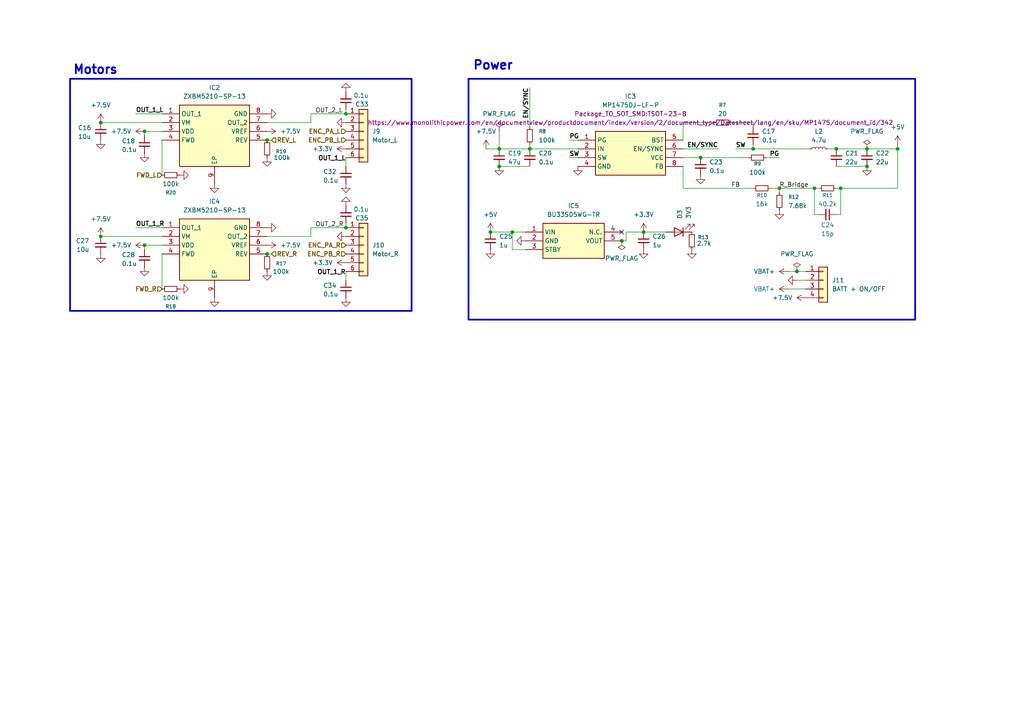
<source format=kicad_sch>
(kicad_sch (version 20250114) (generator "eeschema") (generator_version "9.0")
  (paper "A4")
  (title_block (title "Power&Control") (date "2025-09-19") (rev "Nelven") (company "ESE"))
  (lib_symbols
    (symbol "BU33SD5WG-TR:BU33SD5WG-TR"
      (property "Reference" "PS" (at 24.13 7.62 0))
      (property "Value" "BU33SD5WG-TR" (at 24.13 5.08 0))
      (symbol "BU33SD5WG-TR_1_1"
        (rectangle (start 5.08 2.54) (end 22.86 -7.62) (stroke (width 0.254)) (fill (type background)))
        (pin passive line (at 0 0 0) (length 5.08) (name "VIN") (number "1"))
        (pin passive line (at 0 -2.54 0) (length 5.08) (name "GND") (number "2"))
        (pin passive line (at 0 -5.08 0) (length 5.08) (name "STBY") (number "3"))
        (pin no_connect line (at 27.94 0 180) (length 5.08) (name "N.C.") (number "4"))
        (pin passive line (at 27.94 -2.54 180) (length 5.08) (name "VOUT") (number "5"))
      )
    )
    (symbol "Connector_Generic:Conn_01x04" (pin_names (offset 1.016) (hide yes))
      (property "Reference" "J" (at 0 5.08 0))
      (property "Value" "Conn_01x04" (at 0 -7.62 0))
      (symbol "Conn_01x04_1_1"
        (rectangle (start -1.27 3.81) (end 1.27 -6.35) (stroke (width 0.254)) (fill (type background)))
        (rectangle (start -1.27 2.667) (end 0 2.413) (stroke (width 0.1524)))
        (rectangle (start -1.27 0.127) (end 0 -0.127) (stroke (width 0.1524)))
        (rectangle (start -1.27 -2.413) (end 0 -2.667) (stroke (width 0.1524)))
        (rectangle (start -1.27 -4.953) (end 0 -5.207) (stroke (width 0.1524)))
        (pin passive line (at -5.08 2.54 0) (length 3.81) (name "Pin_1") (number "1"))
        (pin passive line (at -5.08 0 0) (length 3.81) (name "Pin_2") (number "2"))
        (pin passive line (at -5.08 -2.54 0) (length 3.81) (name "Pin_3") (number "3"))
        (pin passive line (at -5.08 -5.08 0) (length 3.81) (name "Pin_4") (number "4"))
      )
    )
    (symbol "Connector_Generic:Conn_01x06" (pin_names (offset 1.016) (hide yes))
      (property "Reference" "J" (at 0 7.62 0))
      (property "Value" "Conn_01x06" (at 0 -10.16 0))
      (symbol "Conn_01x06_1_1"
        (rectangle (start -1.27 6.35) (end 1.27 -8.89) (stroke (width 0.254)) (fill (type background)))
        (rectangle (start -1.27 5.207) (end 0 4.953) (stroke (width 0.1524)))
        (rectangle (start -1.27 2.667) (end 0 2.413) (stroke (width 0.1524)))
        (rectangle (start -1.27 0.127) (end 0 -0.127) (stroke (width 0.1524)))
        (rectangle (start -1.27 -2.413) (end 0 -2.667) (stroke (width 0.1524)))
        (rectangle (start -1.27 -4.953) (end 0 -5.207) (stroke (width 0.1524)))
        (rectangle (start -1.27 -7.493) (end 0 -7.747) (stroke (width 0.1524)))
        (pin passive line (at -5.08 5.08 0) (length 3.81) (name "Pin_1") (number "1"))
        (pin passive line (at -5.08 2.54 0) (length 3.81) (name "Pin_2") (number "2"))
        (pin passive line (at -5.08 0 0) (length 3.81) (name "Pin_3") (number "3"))
        (pin passive line (at -5.08 -2.54 0) (length 3.81) (name "Pin_4") (number "4"))
        (pin passive line (at -5.08 -5.08 0) (length 3.81) (name "Pin_5") (number "5"))
        (pin passive line (at -5.08 -7.62 0) (length 3.81) (name "Pin_6") (number "6"))
      )
    )
    (symbol "Device:C_Small" (pin_numbers (hide yes)) (pin_names (offset 0.254) (hide yes))
      (property "Reference" "C" (at 0.254 1.778 0))
      (property "Value" "C_Small" (at 0.254 -2.032 0))
      (symbol "C_Small_0_1"
        (polyline (pts (xy -1.524 0.508) (xy 1.524 0.508)) (stroke (width 0.3048)))
        (polyline (pts (xy -1.524 -0.508) (xy 1.524 -0.508)) (stroke (width 0.3302)))
      )
      (symbol "C_Small_1_1"
        (pin passive line (at 0 2.54 270) (length 2.032) (name "~") (number "1"))
        (pin passive line (at 0 -2.54 90) (length 2.032) (name "~") (number "2"))
      )
    )
    (symbol "Device:LED" (pin_numbers (hide yes)) (pin_names (offset 1.016) (hide yes))
      (property "Reference" "D" (at 0 2.54 0))
      (property "Value" "LED" (at 0 -2.54 0))
      (symbol "LED_0_1"
        (polyline (pts (xy -3.048 -0.762) (xy -4.572 -2.286) (xy -3.81 -2.286) (xy -4.572 -2.286) (xy -4.572 -1.524)))
        (polyline (pts (xy -1.778 -0.762) (xy -3.302 -2.286) (xy -2.54 -2.286) (xy -3.302 -2.286) (xy -3.302 -1.524)))
        (polyline (pts (xy -1.27 0) (xy 1.27 0)))
        (polyline (pts (xy -1.27 -1.27) (xy -1.27 1.27)) (stroke (width 0.254)))
        (polyline (pts (xy 1.27 -1.27) (xy 1.27 1.27) (xy -1.27 0) (xy 1.27 -1.27)) (stroke (width 0.254)))
      )
      (symbol "LED_1_1"
        (pin passive line (at -3.81 0 0) (length 2.54) (name "K") (number "1"))
        (pin passive line (at 3.81 0 180) (length 2.54) (name "A") (number "2"))
      )
    )
    (symbol "Device:L_Small" (pin_numbers (hide yes)) (pin_names (offset 0.254) (hide yes))
      (property "Reference" "L" (at 0.762 1.016 0))
      (property "Value" "L_Small" (at 0.762 -1.016 0))
      (symbol "L_Small_0_1"
        (arc (start 0 2.032) (mid 0.5058 1.524) (end 0 1.016))
        (arc (start 0 1.016) (mid 0.5058 0.508) (end 0 0))
        (arc (start 0 0) (mid 0.5058 -0.508) (end 0 -1.016))
        (arc (start 0 -1.016) (mid 0.5058 -1.524) (end 0 -2.032))
      )
      (symbol "L_Small_1_1"
        (pin passive line (at 0 2.54 270) (length 0.508) (name "~") (number "1"))
        (pin passive line (at 0 -2.54 90) (length 0.508) (name "~") (number "2"))
      )
    )
    (symbol "Device:R_Small" (pin_numbers (hide yes)) (pin_names (offset 0.254) (hide yes))
      (property "Reference" "R" (at 0 0 90))
      (property "Value" "R_Small" (at 1.778 0 90))
      (symbol "R_Small_0_1"
        (rectangle (start -0.762 1.778) (end 0.762 -1.778) (stroke (width 0.2032)))
      )
      (symbol "R_Small_1_1"
        (pin passive line (at 0 2.54 270) (length 0.762) (name "~") (number "1"))
        (pin passive line (at 0 -2.54 90) (length 0.762) (name "~") (number "2"))
      )
    )
    (symbol "MP1475DJ-LF-P:MP1475DJ-LF-P"
      (property "Reference" "IC" (at 26.67 7.62 0))
      (property "Value" "MP1475DJ-LF-P" (at 26.67 5.08 0))
      (symbol "MP1475DJ-LF-P_1_1"
        (rectangle (start 5.08 2.54) (end 25.4 -10.16) (stroke (width 0.254)) (fill (type background)))
        (pin passive line (at 0 0 0) (length 5.08) (name "PG") (number "1"))
        (pin passive line (at 0 -2.54 0) (length 5.08) (name "IN") (number "2"))
        (pin passive line (at 0 -5.08 0) (length 5.08) (name "SW") (number "3"))
        (pin passive line (at 0 -7.62 0) (length 5.08) (name "GND") (number "4"))
        (pin passive line (at 30.48 0 180) (length 5.08) (name "BST") (number "5"))
        (pin passive line (at 30.48 -2.54 180) (length 5.08) (name "EN/SYNC") (number "6"))
        (pin passive line (at 30.48 -5.08 180) (length 5.08) (name "VCC") (number "7"))
        (pin passive line (at 30.48 -7.62 180) (length 5.08) (name "FB") (number "8"))
      )
    )
    (symbol "ZXBM5210-SP-13:ZXBM5210-SP-13"
      (property "Reference" "IC" (at 26.67 7.62 0))
      (property "Value" "ZXBM5210-SP-13" (at 26.67 5.08 0))
      (symbol "ZXBM5210-SP-13_1_1"
        (rectangle (start 5.08 2.54) (end 25.4 -15.24) (stroke (width 0.254)) (fill (type background)))
        (pin passive line (at 0 0 0) (length 5.08) (name "OUT_1") (number "1"))
        (pin passive line (at 0 -2.54 0) (length 5.08) (name "VM") (number "2"))
        (pin passive line (at 0 -5.08 0) (length 5.08) (name "VDD") (number "3"))
        (pin passive line (at 0 -7.62 0) (length 5.08) (name "FWD") (number "4"))
        (pin passive line (at 15.24 -20.32 90) (length 5.08) (name "EP") (number "9"))
        (pin passive line (at 30.48 0 180) (length 5.08) (name "GND") (number "8"))
        (pin passive line (at 30.48 -2.54 180) (length 5.08) (name "OUT_2") (number "7"))
        (pin passive line (at 30.48 -5.08 180) (length 5.08) (name "VREF") (number "6"))
        (pin passive line (at 30.48 -7.62 180) (length 5.08) (name "REV") (number "5"))
      )
    )
    (symbol "power:+3.3V" (power) (pin_numbers (hide yes)) (pin_names (offset 0) (hide yes))
      (property "Value" "+3.3V" (at 0 3.556 0))
      (symbol "+3.3V_0_1"
        (polyline (pts (xy -0.762 1.27) (xy 0 2.54)))
        (polyline (pts (xy 0 2.54) (xy 0.762 1.27)))
        (polyline (pts (xy 0 0) (xy 0 2.54)))
      )
      (symbol "+3.3V_1_1"
        (pin power_in line (at 0 0 90) (length 0) (name "~") (number "1"))
      )
    )
    (symbol "power:+5V" (power) (pin_numbers (hide yes)) (pin_names (offset 0) (hide yes))
      (property "Value" "+5V" (at 0 3.556 0))
      (symbol "+5V_0_1"
        (polyline (pts (xy -0.762 1.27) (xy 0 2.54)))
        (polyline (pts (xy 0 2.54) (xy 0.762 1.27)))
        (polyline (pts (xy 0 0) (xy 0 2.54)))
      )
      (symbol "+5V_1_1"
        (pin power_in line (at 0 0 90) (length 0) (name "~") (number "1"))
      )
    )
    (symbol "power:+7.5V" (power) (pin_numbers (hide yes)) (pin_names (offset 0) (hide yes))
      (property "Value" "+7.5V" (at 0 3.556 0))
      (symbol "+7.5V_0_1"
        (polyline (pts (xy -0.762 1.27) (xy 0 2.54)))
        (polyline (pts (xy 0 2.54) (xy 0.762 1.27)))
        (polyline (pts (xy 0 0) (xy 0 2.54)))
      )
      (symbol "+7.5V_1_1"
        (pin power_in line (at 0 0 90) (length 0) (name "~") (number "1"))
      )
    )
    (symbol "power:GND" (power) (pin_numbers (hide yes)) (pin_names (offset 0) (hide yes))
      (property "Value" "GND" (at 0 -3.81 0))
      (symbol "GND_0_1"
        (polyline (pts (xy 0 0) (xy 0 -1.27) (xy 1.27 -1.27) (xy 0 -2.54) (xy -1.27 -1.27) (xy 0 -1.27)))
      )
      (symbol "GND_1_1"
        (pin power_in line (at 0 0 270) (length 0) (name "~") (number "1"))
      )
    )
    (symbol "power:PWR_FLAG" (power) (pin_numbers (hide yes)) (pin_names (offset 0) (hide yes))
      (property "Value" "PWR_FLAG" (at 0 3.81 0))
      (symbol "PWR_FLAG_0_0"
        (pin power_out line (at 0 0 90) (length 0) (name "~") (number "1"))
      )
      (symbol "PWR_FLAG_0_1"
        (polyline (pts (xy 0 0) (xy 0 1.27) (xy -1.016 1.905) (xy 0 2.54) (xy 1.016 1.905) (xy 0 1.27)))
      )
    )
    (symbol "power:VCC" (power) (pin_numbers (hide yes)) (pin_names (offset 0) (hide yes))
      (property "Value" "VCC" (at 0 3.556 0))
      (symbol "VCC_0_1"
        (polyline (pts (xy -0.762 1.27) (xy 0 2.54)))
        (polyline (pts (xy 0 2.54) (xy 0.762 1.27)))
        (polyline (pts (xy 0 0) (xy 0 2.54)))
      )
      (symbol "VCC_1_1"
        (pin power_in line (at 0 0 90) (length 0) (name "~") (number "1"))
      )
    )
  )
  (rectangle (start 135.89 22.86) (end 265.43 92.71) (stroke (width 0.5)))
  (rectangle (start 20.32 22.86) (end 119.38 90.17) (stroke (width 0.5)))
  (text "Power" (at 143.002 19.05 0) (effects (font (size 2.54 2.54) (thickness 0.508) (bold yes))))
  (text "Motors" (at 27.686 20.32 0) (effects (font (size 2.54 2.54) (thickness 0.508) (bold yes))))
  (junction (at 144.78 48.26))
  (junction (at 29.21 68.58))
  (junction (at 77.47 73.66))
  (junction (at 218.44 43.18))
  (junction (at 242.57 43.18))
  (junction (at 203.2 45.72))
  (junction (at 231.14 78.74))
  (junction (at 251.46 43.18))
  (junction (at 236.22 54.61))
  (junction (at 142.24 67.31))
  (junction (at 100.33 66.04))
  (junction (at 226.06 54.61))
  (junction (at 251.46 48.26))
  (junction (at 186.69 67.31))
  (junction (at 41.91 71.12))
  (junction (at 153.67 43.18))
  (junction (at 180.34 69.85))
  (junction (at 29.21 35.56))
  (junction (at 243.84 54.61))
  (junction (at 77.47 40.64))
  (junction (at 148.59 67.31))
  (junction (at 144.78 43.18))
  (junction (at 100.33 33.02))
  (junction (at 41.91 38.1))
  (junction (at 260.35 43.18))
  (no_connect (at 180.34 67.31))
  (wire (pts (xy 243.84 54.61) (xy 243.84 62.23)))
  (wire (pts (xy 144.78 48.26) (xy 153.67 48.26)))
  (wire (pts (xy 100.33 45.72) (xy 100.33 48.26)))
  (wire (pts (xy 41.91 71.12) (xy 46.99 71.12)))
  (wire (pts (xy 260.35 43.18) (xy 260.35 54.61)))
  (wire (pts (xy 152.4 72.39) (xy 148.59 72.39)))
  (wire (pts (xy 39.37 66.04) (xy 46.99 66.04)))
  (wire (pts (xy 234.95 43.18) (xy 218.44 43.18)))
  (wire (pts (xy 100.33 78.74) (xy 100.33 81.28)))
  (wire (pts (xy 100.33 31.75) (xy 100.33 33.02)))
  (wire (pts (xy 198.12 35.56) (xy 198.12 40.64)))
  (wire (pts (xy 77.47 35.56) (xy 90.17 35.56)))
  (wire (pts (xy 153.67 41.91) (xy 153.67 43.18)))
  (wire (pts (xy 41.91 39.37) (xy 41.91 38.1)))
  (wire (pts (xy 153.67 25.4) (xy 153.67 36.83)))
  (wire (pts (xy 29.21 35.56) (xy 46.99 35.56)))
  (wire (pts (xy 242.57 48.26) (xy 251.46 48.26)))
  (wire (pts (xy 90.17 35.56) (xy 90.17 33.02)))
  (wire (pts (xy 198.12 35.56) (xy 207.01 35.56)))
  (wire (pts (xy 165.1 40.64) (xy 167.64 40.64)))
  (wire (pts (xy 231.14 78.74) (xy 233.68 78.74)))
  (wire (pts (xy 148.59 72.39) (xy 148.59 67.31)))
  (wire (pts (xy 77.47 68.58) (xy 90.17 68.58)))
  (wire (pts (xy 218.44 41.91) (xy 218.44 43.18)))
  (wire (pts (xy 78.74 73.66) (xy 77.47 73.66)))
  (wire (pts (xy 226.06 55.88) (xy 226.06 54.61)))
  (wire (pts (xy 78.74 40.64) (xy 77.47 40.64)))
  (wire (pts (xy 203.2 45.72) (xy 217.17 45.72)))
  (wire (pts (xy 242.57 43.18) (xy 251.46 43.18)))
  (wire (pts (xy 228.6 83.82) (xy 233.68 83.82)))
  (wire (pts (xy 218.44 43.18) (xy 213.36 43.18)))
  (wire (pts (xy 260.35 41.91) (xy 260.35 43.18)))
  (wire (pts (xy 212.09 35.56) (xy 218.44 35.56)))
  (wire (pts (xy 144.78 43.18) (xy 153.67 43.18)))
  (wire (pts (xy 46.99 83.82) (xy 46.99 73.66)))
  (wire (pts (xy 260.35 54.61) (xy 243.84 54.61)))
  (wire (pts (xy 236.22 54.61) (xy 236.22 62.23)))
  (wire (pts (xy 41.91 38.1) (xy 46.99 38.1)))
  (wire (pts (xy 233.68 81.28) (xy 231.14 81.28)))
  (wire (pts (xy 148.59 67.31) (xy 152.4 67.31)))
  (wire (pts (xy 181.61 67.31) (xy 181.61 69.85)))
  (wire (pts (xy 29.21 68.58) (xy 46.99 68.58)))
  (wire (pts (xy 186.69 67.31) (xy 193.04 67.31)))
  (wire (pts (xy 39.37 33.02) (xy 46.99 33.02)))
  (wire (pts (xy 243.84 62.23) (xy 242.57 62.23)))
  (wire (pts (xy 186.69 67.31) (xy 181.61 67.31)))
  (wire (pts (xy 90.17 68.58) (xy 90.17 66.04)))
  (wire (pts (xy 198.12 45.72) (xy 203.2 45.72)))
  (wire (pts (xy 41.91 72.39) (xy 41.91 71.12)))
  (wire (pts (xy 181.61 69.85) (xy 180.34 69.85)))
  (wire (pts (xy 243.84 54.61) (xy 242.57 54.61)))
  (wire (pts (xy 208.28 43.18) (xy 198.12 43.18)))
  (wire (pts (xy 90.17 33.02) (xy 100.33 33.02)))
  (wire (pts (xy 198.12 48.26) (xy 198.12 54.61)))
  (wire (pts (xy 226.06 54.61) (xy 223.52 54.61)))
  (wire (pts (xy 142.24 67.31) (xy 148.59 67.31)))
  (wire (pts (xy 226.06 45.72) (xy 222.25 45.72)))
  (wire (pts (xy 218.44 35.56) (xy 218.44 36.83)))
  (wire (pts (xy 242.57 43.18) (xy 240.03 43.18)))
  (wire (pts (xy 236.22 54.61) (xy 237.49 54.61)))
  (wire (pts (xy 46.99 50.8) (xy 46.99 40.64)))
  (wire (pts (xy 140.97 43.18) (xy 144.78 43.18)))
  (wire (pts (xy 260.35 43.18) (xy 251.46 43.18)))
  (wire (pts (xy 100.33 64.77) (xy 100.33 66.04)))
  (wire (pts (xy 165.1 45.72) (xy 167.64 45.72)))
  (wire (pts (xy 198.12 54.61) (xy 218.44 54.61)))
  (wire (pts (xy 226.06 54.61) (xy 236.22 54.61)))
  (wire (pts (xy 228.6 78.74) (xy 231.14 78.74)))
  (wire (pts (xy 90.17 66.04) (xy 100.33 66.04)))
  (wire (pts (xy 144.78 38.1) (xy 144.78 43.18)))
  (wire (pts (xy 236.22 62.23) (xy 237.49 62.23)))
  (wire (pts (xy 153.67 43.18) (xy 167.64 43.18)))
  (label "OUT_1_R" (at 100.33 80.01 180) (effects (font (thickness 0.254) (bold yes))))
  (label "EN{slash}SYNC" (at 153.67 25.4 270) (effects (font (thickness 0.254) (bold yes))))
  (label "SW" (at 213.36 43.18 0) (effects (font (thickness 0.254) (bold yes))))
  (label "SW" (at 165.1 45.72 0) (effects (font (thickness 0.254) (bold yes))))
  (label "EN{slash}SYNC" (at 208.28 43.18 180) (effects (font (thickness 0.254) (bold yes))))
  (label "OUT_1_R" (at 39.37 66.04 0) (effects (font (thickness 0.254) (bold yes))))
  (label "FB" (at 212.09 54.61 0))
  (label "OUT_2_R" (at 91.44 66.04 0))
  (label "PG" (at 226.06 45.72 180) (effects (font (thickness 0.254) (bold yes))))
  (label "OUT_1_L" (at 100.33 46.99 180) (effects (font (thickness 0.254) (bold yes))))
  (label "OUT_2_L" (at 91.44 33.02 0))
  (label "OUT_1_L" (at 39.37 33.02 0) (effects (font (thickness 0.254) (bold yes))))
  (label "R_Bridge" (at 226.06 54.61 0))
  (label "PG" (at 165.1 40.64 0) (effects (font (thickness 0.254) (bold yes))))
  (hierarchical_label "ENC_PB_R" (shape input) (at 100.33 73.66 180) (effects (font (thickness 0.254) (bold yes))))
  (hierarchical_label "ENC_PB_L" (shape input) (at 100.33 40.64 180) (effects (font (thickness 0.254) (bold yes))))
  (hierarchical_label "REV_L" (shape input) (at 78.74 40.64 0) (effects (font (thickness 0.254) (bold yes))))
  (hierarchical_label "FWD_R" (shape input) (at 46.99 83.82 180) (effects (font (thickness 0.254) (bold yes))))
  (hierarchical_label "ENC_PA_L" (shape input) (at 100.33 38.1 180) (effects (font (thickness 0.254) (bold yes))))
  (hierarchical_label "REV_R" (shape input) (at 78.74 73.66 0) (effects (font (thickness 0.254) (bold yes))))
  (hierarchical_label "FWD_L" (shape input) (at 46.99 50.8 180) (effects (font (thickness 0.254) (bold yes))))
  (hierarchical_label "ENC_PA_R" (shape input) (at 100.33 71.12 180) (effects (font (thickness 0.254) (bold yes))))
  (symbol (lib_id "Device:C_Small") (at 100.33 50.8 0) (unit 1)
    (property "Reference" "C32" (at 93.726 49.784 0) (effects (justify left)))
    (property "Value" "0.1u" (at 93.726 52.324 0) (effects (justify left)))
    (property "Footprint" "Capacitor_SMD:C_0402_1005Metric" (effects (hide yes)))
    (property "Description" "Unpolarized capacitor, small symbol" (effects (hide yes)))
  )
  (symbol (lib_id "Device:C_Small") (at 251.46 45.72 0) (unit 1)
    (property "Reference" "C22" (at 254 44.4562 0) (effects (justify left)))
    (property "Value" "22u" (at 254 46.9962 0) (effects (justify left)))
    (property "Footprint" "Capacitor_SMD:C_0603_1608Metric" (effects (hide yes)))
    (property "Description" "Unpolarized capacitor, small symbol" (effects (hide yes)))
  )
  (symbol (lib_id "ZXBM5210-SP-13:ZXBM5210-SP-13") (at 46.99 33.02 0) (unit 1)
    (property "Reference" "IC2" (at 62.23 25.4 0))
    (property "Value" "ZXBM5210-SP-13" (at 62.23 27.94 0))
    (property "Footprint" "ESE:SOIC127P600X150-9N" (effects (hide yes)))
    (property "Datasheet" "https://www.diodes.com/assets/Datasheets/ZXBM5210.pdf" (effects (hide yes)))
    (property "Description" "Motor / Motion / Ignition Controllers & Drivers Reversible DC Drive 0.85mA" (effects (hide yes)))
    (property "Height" "1.5" (effects (hide yes)))
    (property "Manufacturer_Name" "Diodes Incorporated" (effects (hide yes)))
    (property "Manufacturer_Part_Number" "ZXBM5210-SP-13" (effects (hide yes)))
    (property "Mouser Part Number" "621-ZXBM5210-SP-13" (effects (hide yes)))
    (property "Mouser Price/Stock" "https://www.mouser.co.uk/ProductDetail/Diodes-Incorporated/ZXBM5210-SP-13?qs=98WN%2FnWUQiQYAgSBGLkvdw%3D%3D" (effects (hide yes)))
    (property "Arrow Part Number" "ZXBM5210-SP-13" (effects (hide yes)))
    (property "Arrow Price/Stock" "https://www.arrow.com/en/products/zxbm5210-sp-13/diodes-incorporated?region=nac" (effects (hide yes)))
  )
  (symbol (lib_id "power:+7.5V") (at 140.97 43.18 0) (unit 1)
    (property "Reference" "#PWR058" (effects (hide yes)))
    (property "Value" "+7.5V" (at 140.97 38.1 0))
    (property "Description" "Power symbol creates a global label with name \"+7.5V\"" (effects (hide yes)))
  )
  (symbol (lib_id "power:GND") (at 100.33 53.34 0) (unit 1)
    (property "Reference" "#PWR094" (effects (hide yes)))
    (property "Value" "GND" (effects (hide yes)))
    (property "Description" "Power symbol creates a global label with name \"GND\" , ground" (effects (hide yes)))
  )
  (symbol (lib_id "power:PWR_FLAG") (at 180.34 69.85 180) (unit 1)
    (property "Reference" "#FLG05" (effects (hide yes)))
    (property "Value" "PWR_FLAG" (at 180.34 74.93 0))
    (property "Description" "Special symbol for telling ERC where power comes from" (effects (hide yes)))
  )
  (symbol (lib_id "power:+7.5V") (at 41.91 71.12 90) (unit 1)
    (property "Reference" "#PWR072" (effects (hide yes)))
    (property "Value" "+7.5V" (at 38.1 71.1199 90) (effects (justify left)))
    (property "Description" "Power symbol creates a global label with name \"+7.5V\"" (effects (hide yes)))
  )
  (symbol (lib_id "BU33SD5WG-TR:BU33SD5WG-TR") (at 152.4 67.31 0) (unit 1)
    (property "Reference" "IC5" (at 166.37 59.69 0))
    (property "Value" "BU33SD5WG-TR" (at 166.37 62.23 0))
    (property "Footprint" "ESE:SOT95P280X125-5N" (effects (hide yes)))
    (property "Datasheet" "https://componentsearchengine.com/Datasheets/1/BU33SD5WG-TR.pdf" (effects (hide yes)))
    (property "Description" "LDO regulator,3.3V,0.5A,standby,SSOP5 ROHM BU33SD5WG-TR, LDO Voltage Regulator, 0.5A, 3.3 V +/-2%, 1.7  6 Vin, 5-Pin SSOP" (effects (hide yes)))
    (property "Height" "1.25" (effects (hide yes)))
    (property "Manufacturer_Name" "ROHM Semiconductor" (effects (hide yes)))
    (property "Manufacturer_Part_Number" "BU33SD5WG-TR" (effects (hide yes)))
  )
  (symbol (lib_id "power:+3.3V") (at 100.33 76.2 90) (unit 1)
    (property "Reference" "#PWR078" (effects (hide yes)))
    (property "Value" "+3.3V" (at 96.52 76.1999 90) (effects (justify left)))
    (property "Description" "Power symbol creates a global label with name \"+3.3V\"" (effects (hide yes)))
  )
  (symbol (lib_id "Device:R_Small") (at 49.53 83.82 90) (unit 1)
    (property "Reference" "R18" (at 49.53 88.9 90) (effects (font (size 1.016 1.016))))
    (property "Value" "100k" (at 49.53 86.36 90))
    (property "Footprint" "Resistor_SMD:R_0402_1005Metric" (effects (hide yes)))
    (property "Description" "Resistor, small symbol" (effects (hide yes)))
  )
  (symbol (lib_id "Device:R_Small") (at 49.53 50.8 90) (unit 1)
    (property "Reference" "R20" (at 49.53 55.88 90) (effects (font (size 1.016 1.016))))
    (property "Value" "100k" (at 49.53 53.34 90))
    (property "Footprint" "Resistor_SMD:R_0402_1005Metric" (effects (hide yes)))
    (property "Description" "Resistor, small symbol" (effects (hide yes)))
  )
  (symbol (lib_id "power:GND") (at 167.64 48.26 0) (unit 1)
    (property "Reference" "#PWR061" (effects (hide yes)))
    (property "Value" "GND" (effects (hide yes)))
    (property "Description" "Power symbol creates a global label with name \"GND\" , ground" (effects (hide yes)))
  )
  (symbol (lib_id "power:GND") (at 77.47 33.02 90) (unit 1)
    (property "Reference" "#PWR050" (effects (hide yes)))
    (property "Value" "GND" (effects (hide yes)))
    (property "Description" "Power symbol creates a global label with name \"GND\" , ground" (effects (hide yes)))
  )
  (symbol (lib_id "Device:R_Small") (at 77.47 76.2 0) (unit 1)
    (property "Reference" "R17" (at 81.534 76.454 0) (effects (font (size 1.016 1.016))))
    (property "Value" "100k" (at 81.534 78.74 0))
    (property "Footprint" "Resistor_SMD:R_0402_1005Metric" (effects (hide yes)))
    (property "Description" "Resistor, small symbol" (effects (hide yes)))
  )
  (symbol (lib_id "Device:R_Small") (at 240.03 54.61 270) (unit 1)
    (property "Reference" "R11" (at 240.03 56.642 90) (effects (font (size 1.016 1.016))))
    (property "Value" "40.2k" (at 240.03 59.182 90))
    (property "Footprint" "Resistor_SMD:R_0402_1005Metric" (effects (hide yes)))
    (property "Description" "Resistor, small symbol" (effects (hide yes)))
  )
  (symbol (lib_id "power:GND") (at 77.47 78.74 0) (unit 1)
    (property "Reference" "#PWR090" (effects (hide yes)))
    (property "Value" "GND" (effects (hide yes)))
    (property "Description" "Power symbol creates a global label with name \"GND\" , ground" (effects (hide yes)))
  )
  (symbol (lib_id "power:GND") (at 203.2 50.8 0) (unit 1)
    (property "Reference" "#PWR063" (effects (hide yes)))
    (property "Value" "GND" (effects (hide yes)))
    (property "Description" "Power symbol creates a global label with name \"GND\" , ground" (effects (hide yes)))
  )
  (symbol (lib_id "power:GND") (at 41.91 77.47 0) (unit 1)
    (property "Reference" "#PWR079" (effects (hide yes)))
    (property "Value" "GND" (effects (hide yes)))
    (property "Description" "Power symbol creates a global label with name \"GND\" , ground" (effects (hide yes)))
  )
  (symbol (lib_id "power:GND") (at 251.46 48.26 0) (unit 1)
    (property "Reference" "#PWR062" (effects (hide yes)))
    (property "Value" "GND" (effects (hide yes)))
    (property "Description" "Power symbol creates a global label with name \"GND\" , ground" (effects (hide yes)))
  )
  (symbol (lib_id "Connector_Generic:Conn_01x06") (at 105.41 38.1 0) (unit 1)
    (property "Reference" "J9" (at 107.95 38.0999 0) (effects (justify left)))
    (property "Value" "Motor_L" (at 107.95 40.6399 0) (effects (justify left)))
    (property "Footprint" "Connector_JST:JST_PH_S6B-PH-K_1x06_P2.00mm_Horizontal" (effects (hide yes)))
    (property "Description" "Generic connector, single row, 01x06, script generated (kicad-library-utils/schlib/autogen/connector/)" (effects (hide yes)))
  )
  (symbol (lib_id "power:PWR_FLAG") (at 144.78 38.1 0) (unit 1)
    (property "Reference" "#FLG03" (effects (hide yes)))
    (property "Value" "PWR_FLAG" (at 144.78 33.02 0))
    (property "Description" "Special symbol for telling ERC where power comes from" (effects (hide yes)))
  )
  (symbol (lib_id "Device:C_Small") (at 100.33 62.23 180) (unit 1)
    (property "Reference" "C35" (at 106.934 63.246 0) (effects (justify left)))
    (property "Value" "0.1u" (at 106.934 60.706 0) (effects (justify left)))
    (property "Footprint" "Capacitor_SMD:C_0402_1005Metric" (effects (hide yes)))
    (property "Description" "Unpolarized capacitor, small symbol" (effects (hide yes)))
  )
  (symbol (lib_id "Device:C_Small") (at 100.33 29.21 180) (unit 1)
    (property "Reference" "C33" (at 106.934 30.226 0) (effects (justify left)))
    (property "Value" "0.1u" (at 106.934 27.686 0) (effects (justify left)))
    (property "Footprint" "Capacitor_SMD:C_0402_1005Metric" (effects (hide yes)))
    (property "Description" "Unpolarized capacitor, small symbol" (effects (hide yes)))
  )
  (symbol (lib_id "power:GND") (at 29.21 40.64 0) (unit 1)
    (property "Reference" "#PWR055" (effects (hide yes)))
    (property "Value" "GND" (effects (hide yes)))
    (property "Description" "Power symbol creates a global label with name \"GND\" , ground" (effects (hide yes)))
  )
  (symbol (lib_id "Connector_Generic:Conn_01x06") (at 105.41 71.12 0) (unit 1)
    (property "Reference" "J10" (at 107.95 71.1199 0) (effects (justify left)))
    (property "Value" "Motor_R" (at 107.95 73.6599 0) (effects (justify left)))
    (property "Footprint" "Connector_JST:JST_PH_S6B-PH-K_1x06_P2.00mm_Horizontal" (effects (hide yes)))
    (property "Description" "Generic connector, single row, 01x06, script generated (kicad-library-utils/schlib/autogen/connector/)" (effects (hide yes)))
  )
  (symbol (lib_id "MP1475DJ-LF-P:MP1475DJ-LF-P") (at 167.64 40.64 0) (unit 1)
    (property "Reference" "IC3" (at 182.88 27.94 0))
    (property "Value" "MP1475DJ-LF-P" (at 182.88 30.48 0))
    (property "Footprint" "Package_TO_SOT_SMD:TSOT-23-8" (at 182.88 33.02 0))
    (property "Datasheet" "https://www.monolithicpower.com/en/documentview/productdocument/index/version/2/document_type/Datasheet/lang/en/sku/MP1475/document_id/342" (at 182.88 35.56 0))
    (property "Description" "Switching Voltage Regulators 3A, 16V, 500kHz Sync, Stp-Dwn Cnvrtr" (effects (hide yes)))
    (property "Height" "1" (effects (hide yes)))
    (property "Manufacturer_Name" "Monolithic Power Systems (MPS)" (effects (hide yes)))
    (property "Manufacturer_Part_Number" "MP1475DJ-LF-P" (effects (hide yes)))
  )
  (symbol (lib_id "power:PWR_FLAG") (at 251.46 43.18 0) (unit 1)
    (property "Reference" "#FLG04" (effects (hide yes)))
    (property "Value" "PWR_FLAG" (at 251.46 38.1 0))
    (property "Description" "Special symbol for telling ERC where power comes from" (effects (hide yes)))
  )
  (symbol (lib_id "power:PWR_FLAG") (at 231.14 78.74 0) (unit 1)
    (property "Reference" "#FLG06" (effects (hide yes)))
    (property "Value" "PWR_FLAG" (at 231.14 73.66 0))
    (property "Description" "Special symbol for telling ERC where power comes from" (effects (hide yes)))
  )
  (symbol (lib_id "Device:C_Small") (at 41.91 74.93 0) (unit 1)
    (property "Reference" "C28" (at 35.306 73.914 0) (effects (justify left)))
    (property "Value" "0.1u" (at 35.306 76.454 0) (effects (justify left)))
    (property "Footprint" "Capacitor_SMD:C_0402_1005Metric" (effects (hide yes)))
    (property "Description" "Unpolarized capacitor, small symbol" (effects (hide yes)))
  )
  (symbol (lib_id "power:GND") (at 186.69 72.39 0) (unit 1)
    (property "Reference" "#PWR075" (effects (hide yes)))
    (property "Value" "GND" (effects (hide yes)))
    (property "Description" "Power symbol creates a global label with name \"GND\" , ground" (effects (hide yes)))
  )
  (symbol (lib_id "Connector_Generic:Conn_01x04") (at 238.76 81.28 0) (unit 1)
    (property "Reference" "J11" (at 241.3 81.2799 0) (effects (justify left)))
    (property "Value" "BATT + ON/OFF" (at 241.3 83.8199 0) (effects (justify left)))
    (property "Footprint" "Connector_JST:JST_PH_S4B-PH-K_1x04_P2.00mm_Horizontal" (effects (hide yes)))
    (property "Description" "Generic connector, single row, 01x04, script generated (kicad-library-utils/schlib/autogen/connector/)" (effects (hide yes)))
  )
  (symbol (lib_id "Device:R_Small") (at 226.06 58.42 0) (unit 1)
    (property "Reference" "R12" (at 228.6 57.1499 0) (effects (font (size 1.016 1.016)) (justify left)))
    (property "Value" "7.68k" (at 228.6 59.6899 0) (effects (justify left)))
    (property "Footprint" "Resistor_SMD:R_0402_1005Metric" (effects (hide yes)))
    (property "Description" "Resistor, small symbol" (effects (hide yes)))
  )
  (symbol (lib_id "power:+5V") (at 260.35 41.91 0) (unit 1)
    (property "Reference" "#PWR056" (effects (hide yes)))
    (property "Value" "+5V" (at 260.35 36.83 0))
    (property "Description" "Power symbol creates a global label with name \"+5V\"" (effects (hide yes)))
  )
  (symbol (lib_id "Device:R_Small") (at 77.47 43.18 0) (unit 1)
    (property "Reference" "R19" (at 81.534 43.942 0) (effects (font (size 1.016 1.016))))
    (property "Value" "100k" (at 81.788 45.72 0))
    (property "Footprint" "Resistor_SMD:R_0402_1005Metric" (effects (hide yes)))
    (property "Description" "Resistor, small symbol" (effects (hide yes)))
  )
  (symbol (lib_id "Device:R_Small") (at 200.66 69.85 180) (unit 1)
    (property "Reference" "R13" (at 203.962 68.834 0) (effects (font (size 1.016 1.016))))
    (property "Value" "2.7k" (at 204.216 70.612 0))
    (property "Footprint" "Resistor_SMD:R_0402_1005Metric" (effects (hide yes)))
    (property "Description" "Resistor, small symbol" (effects (hide yes)))
  )
  (symbol (lib_id "Device:LED") (at 196.85 67.31 180) (unit 1)
    (property "Reference" "D3" (at 197.1674 63.5 90) (effects (justify right)))
    (property "Value" "3V3" (at 199.7074 63.5 90) (effects (justify right)))
    (property "Footprint" "LED_SMD:LED_0603_1608Metric" (effects (hide yes)))
    (property "Description" "Light emitting diode" (effects (hide yes)))
    (property "Sim.Pins" "1=K 2=A" (effects (hide yes)))
  )
  (symbol (lib_id "Device:C_Small") (at 41.91 41.91 0) (unit 1)
    (property "Reference" "C18" (at 35.306 40.894 0) (effects (justify left)))
    (property "Value" "0.1u" (at 35.306 43.434 0) (effects (justify left)))
    (property "Footprint" "Capacitor_SMD:C_0402_1005Metric" (effects (hide yes)))
    (property "Description" "Unpolarized capacitor, small symbol" (effects (hide yes)))
  )
  (symbol (lib_id "ZXBM5210-SP-13:ZXBM5210-SP-13") (at 46.99 66.04 0) (unit 1)
    (property "Reference" "IC4" (at 62.23 58.42 0))
    (property "Value" "ZXBM5210-SP-13" (at 62.23 60.96 0))
    (property "Footprint" "ESE:SOIC127P600X150-9N" (effects (hide yes)))
    (property "Datasheet" "https://www.diodes.com/assets/Datasheets/ZXBM5210.pdf" (effects (hide yes)))
    (property "Description" "Motor / Motion / Ignition Controllers & Drivers Reversible DC Drive 0.85mA" (effects (hide yes)))
    (property "Height" "1.5" (effects (hide yes)))
    (property "Manufacturer_Name" "Diodes Incorporated" (effects (hide yes)))
    (property "Manufacturer_Part_Number" "ZXBM5210-SP-13" (effects (hide yes)))
    (property "Mouser Part Number" "621-ZXBM5210-SP-13" (effects (hide yes)))
    (property "Mouser Price/Stock" "https://www.mouser.co.uk/ProductDetail/Diodes-Incorporated/ZXBM5210-SP-13?qs=98WN%2FnWUQiQYAgSBGLkvdw%3D%3D" (effects (hide yes)))
    (property "Arrow Part Number" "ZXBM5210-SP-13" (effects (hide yes)))
    (property "Arrow Price/Stock" "https://www.arrow.com/en/products/zxbm5210-sp-13/diodes-incorporated?region=nac" (effects (hide yes)))
  )
  (symbol (lib_id "power:GND") (at 62.23 86.36 0) (unit 1)
    (property "Reference" "#PWR082" (effects (hide yes)))
    (property "Value" "GND" (effects (hide yes)))
    (property "Description" "Power symbol creates a global label with name \"GND\" , ground" (effects (hide yes)))
  )
  (symbol (lib_id "Device:C_Small") (at 203.2 48.26 0) (unit 1)
    (property "Reference" "C23" (at 205.74 46.9962 0) (effects (justify left)))
    (property "Value" "0.1u" (at 205.74 49.5362 0) (effects (justify left)))
    (property "Footprint" "Capacitor_SMD:C_0402_1005Metric" (effects (hide yes)))
    (property "Description" "Unpolarized capacitor, small symbol" (effects (hide yes)))
  )
  (symbol (lib_id "power:GND") (at 100.33 68.58 270) (unit 1)
    (property "Reference" "#PWR070" (effects (hide yes)))
    (property "Value" "GND" (effects (hide yes)))
    (property "Description" "Power symbol creates a global label with name \"GND\" , ground" (effects (hide yes)))
  )
  (symbol (lib_id "power:GND") (at 100.33 86.36 0) (unit 1)
    (property "Reference" "#PWR096" (effects (hide yes)))
    (property "Value" "GND" (effects (hide yes)))
    (property "Description" "Power symbol creates a global label with name \"GND\" , ground" (effects (hide yes)))
  )
  (symbol (lib_id "power:GND") (at 231.14 81.28 270) (unit 1)
    (property "Reference" "#PWR081" (effects (hide yes)))
    (property "Value" "GND" (effects (hide yes)))
    (property "Description" "Power symbol creates a global label with name \"GND\" , ground" (effects (hide yes)))
  )
  (symbol (lib_id "power:GND") (at 62.23 53.34 0) (unit 1)
    (property "Reference" "#PWR064" (effects (hide yes)))
    (property "Value" "GND" (effects (hide yes)))
    (property "Description" "Power symbol creates a global label with name \"GND\" , ground" (effects (hide yes)))
  )
  (symbol (lib_id "power:+3.3V") (at 186.69 67.31 0) (unit 1)
    (property "Reference" "#PWR068" (effects (hide yes)))
    (property "Value" "+3.3V" (at 186.69 62.23 0))
    (property "Description" "Power symbol creates a global label with name \"+3.3V\"" (effects (hide yes)))
  )
  (symbol (lib_id "Device:C_Small") (at 240.03 62.23 270) (unit 1)
    (property "Reference" "C24" (at 240.03 65.278 90))
    (property "Value" "15p" (at 240.03 67.818 90))
    (property "Footprint" "Capacitor_SMD:C_0402_1005Metric" (effects (hide yes)))
    (property "Description" "Unpolarized capacitor, small symbol" (effects (hide yes)))
  )
  (symbol (lib_id "Device:R_Small") (at 209.55 35.56 90) (unit 1)
    (property "Reference" "R7" (at 209.55 30.48 90) (effects (font (size 1.016 1.016))))
    (property "Value" "20" (at 209.55 33.02 90))
    (property "Footprint" "Resistor_SMD:R_0402_1005Metric" (effects (hide yes)))
    (property "Description" "Resistor, small symbol" (effects (hide yes)))
  )
  (symbol (lib_id "power:GND") (at 200.66 72.39 0) (unit 1)
    (property "Reference" "#PWR076" (effects (hide yes)))
    (property "Value" "GND" (effects (hide yes)))
    (property "Description" "Power symbol creates a global label with name \"GND\" , ground" (effects (hide yes)))
  )
  (symbol (lib_id "Device:C_Small") (at 29.21 71.12 0) (mirror y) (unit 1)
    (property "Reference" "C27" (at 25.908 69.85 0) (effects (justify left)))
    (property "Value" "10u" (at 25.908 72.39 0) (effects (justify left)))
    (property "Footprint" "Capacitor_SMD:C_0603_1608Metric" (effects (hide yes)))
    (property "Description" "Unpolarized capacitor, small symbol" (effects (hide yes)))
  )
  (symbol (lib_id "power:GND") (at 100.33 35.56 270) (unit 1)
    (property "Reference" "#PWR052" (effects (hide yes)))
    (property "Value" "GND" (effects (hide yes)))
    (property "Description" "Power symbol creates a global label with name \"GND\" , ground" (effects (hide yes)))
  )
  (symbol (lib_id "power:+7.5V") (at 29.21 35.56 0) (unit 1)
    (property "Reference" "#PWR051" (effects (hide yes)))
    (property "Value" "+7.5V" (at 29.21 30.48 0))
    (property "Description" "Power symbol creates a global label with name \"+7.5V\"" (effects (hide yes)))
  )
  (symbol (lib_id "power:GND") (at 100.33 26.67 180) (unit 1)
    (property "Reference" "#PWR095" (effects (hide yes)))
    (property "Value" "GND" (effects (hide yes)))
    (property "Description" "Power symbol creates a global label with name \"GND\" , ground" (effects (hide yes)))
  )
  (symbol (lib_id "Device:R_Small") (at 219.71 45.72 270) (unit 1)
    (property "Reference" "R9" (at 219.71 47.498 90) (effects (font (size 1.016 1.016))))
    (property "Value" "100k" (at 219.71 50.038 90))
    (property "Footprint" "Resistor_SMD:R_0402_1005Metric" (effects (hide yes)))
    (property "Description" "Resistor, small symbol" (effects (hide yes)))
  )
  (symbol (lib_id "Device:L_Small") (at 237.49 43.18 90) (unit 1)
    (property "Reference" "L2" (at 237.49 38.1 90))
    (property "Value" "4.7u" (at 237.49 40.64 90))
    (property "Footprint" "Inductor_SMD:L_Wuerth_HCI-5040" (effects (hide yes)))
    (property "Description" "Inductor, small symbol" (effects (hide yes)))
  )
  (symbol (lib_id "Device:C_Small") (at 218.44 39.37 0) (unit 1)
    (property "Reference" "C17" (at 220.98 38.1062 0) (effects (justify left)))
    (property "Value" "0.1u" (at 220.98 40.6462 0) (effects (justify left)))
    (property "Footprint" "Capacitor_SMD:C_0402_1005Metric" (effects (hide yes)))
    (property "Description" "Unpolarized capacitor, small symbol" (effects (hide yes)))
  )
  (symbol (lib_id "power:+3.3V") (at 100.33 43.18 90) (unit 1)
    (property "Reference" "#PWR057" (effects (hide yes)))
    (property "Value" "+3.3V" (at 96.52 43.1799 90) (effects (justify left)))
    (property "Description" "Power symbol creates a global label with name \"+3.3V\"" (effects (hide yes)))
  )
  (symbol (lib_id "Device:R_Small") (at 220.98 54.61 270) (unit 1)
    (property "Reference" "R10" (at 220.98 56.642 90) (effects (font (size 1.016 1.016))))
    (property "Value" "16k" (at 220.98 59.182 90))
    (property "Footprint" "Resistor_SMD:R_0402_1005Metric" (effects (hide yes)))
    (property "Description" "Resistor, small symbol" (effects (hide yes)))
  )
  (symbol (lib_id "power:+7.5V") (at 77.47 38.1 270) (unit 1)
    (property "Reference" "#PWR054" (effects (hide yes)))
    (property "Value" "+7.5V" (at 81.28 38.0999 90) (effects (justify left)))
    (property "Description" "Power symbol creates a global label with name \"+7.5V\"" (effects (hide yes)))
  )
  (symbol (lib_id "power:GND") (at 100.33 59.69 180) (unit 1)
    (property "Reference" "#PWR097" (effects (hide yes)))
    (property "Value" "GND" (effects (hide yes)))
    (property "Description" "Power symbol creates a global label with name \"GND\" , ground" (effects (hide yes)))
  )
  (symbol (lib_id "power:+7.5V") (at 41.91 38.1 90) (unit 1)
    (property "Reference" "#PWR053" (effects (hide yes)))
    (property "Value" "+7.5V" (at 38.1 38.0999 90) (effects (justify left)))
    (property "Description" "Power symbol creates a global label with name \"+7.5V\"" (effects (hide yes)))
  )
  (symbol (lib_id "Device:R_Small") (at 153.67 39.37 180) (unit 1)
    (property "Reference" "R8" (at 156.21 38.0999 0) (effects (font (size 1.016 1.016)) (justify right)))
    (property "Value" "100k" (at 156.21 40.6399 0) (effects (justify right)))
    (property "Footprint" "Resistor_SMD:R_0402_1005Metric" (effects (hide yes)))
    (property "Description" "Resistor, small symbol" (effects (hide yes)))
  )
  (symbol (lib_id "Device:C_Small") (at 100.33 83.82 0) (unit 1)
    (property "Reference" "C34" (at 93.726 82.804 0) (effects (justify left)))
    (property "Value" "0.1u" (at 93.726 85.344 0) (effects (justify left)))
    (property "Footprint" "Capacitor_SMD:C_0402_1005Metric" (effects (hide yes)))
    (property "Description" "Unpolarized capacitor, small symbol" (effects (hide yes)))
  )
  (symbol (lib_id "power:+7.5V") (at 29.21 68.58 0) (unit 1)
    (property "Reference" "#PWR069" (effects (hide yes)))
    (property "Value" "+7.5V" (at 29.21 63.5 0))
    (property "Description" "Power symbol creates a global label with name \"+7.5V\"" (effects (hide yes)))
  )
  (symbol (lib_id "power:VCC") (at 228.6 83.82 90) (unit 1)
    (property "Reference" "#PWR041" (effects (hide yes)))
    (property "Value" "VBAT+" (at 224.79 83.8199 90) (effects (justify left)))
    (property "Description" "Power symbol creates a global label with name \"VCC\"" (effects (hide yes)))
  )
  (symbol (lib_id "power:GND") (at 77.47 45.72 0) (unit 1)
    (property "Reference" "#PWR092" (effects (hide yes)))
    (property "Value" "GND" (effects (hide yes)))
    (property "Description" "Power symbol creates a global label with name \"GND\" , ground" (effects (hide yes)))
  )
  (symbol (lib_id "power:GND") (at 29.21 73.66 0) (unit 1)
    (property "Reference" "#PWR077" (effects (hide yes)))
    (property "Value" "GND" (effects (hide yes)))
    (property "Description" "Power symbol creates a global label with name \"GND\" , ground" (effects (hide yes)))
  )
  (symbol (lib_id "power:GND") (at 152.4 69.85 270) (unit 1)
    (property "Reference" "#PWR071" (effects (hide yes)))
    (property "Value" "GND" (effects (hide yes)))
    (property "Description" "Power symbol creates a global label with name \"GND\" , ground" (effects (hide yes)))
  )
  (symbol (lib_id "power:VCC") (at 228.6 78.74 90) (unit 1)
    (property "Reference" "#PWR040" (effects (hide yes)))
    (property "Value" "VBAT+" (at 224.79 78.7399 90) (effects (justify left)))
    (property "Description" "Power symbol creates a global label with name \"VCC\"" (effects (hide yes)))
  )
  (symbol (lib_id "power:+7.5V") (at 77.47 71.12 270) (unit 1)
    (property "Reference" "#PWR073" (effects (hide yes)))
    (property "Value" "+7.5V" (at 81.28 71.1199 90) (effects (justify left)))
    (property "Description" "Power symbol creates a global label with name \"+7.5V\"" (effects (hide yes)))
  )
  (symbol (lib_id "power:GND") (at 52.07 83.82 90) (unit 1)
    (property "Reference" "#PWR091" (effects (hide yes)))
    (property "Value" "GND" (effects (hide yes)))
    (property "Description" "Power symbol creates a global label with name \"GND\" , ground" (effects (hide yes)))
  )
  (symbol (lib_id "Device:C_Small") (at 29.21 38.1 0) (unit 1)
    (property "Reference" "C16" (at 22.606 37.084 0) (effects (justify left)))
    (property "Value" "10u" (at 22.606 39.624 0) (effects (justify left)))
    (property "Footprint" "Capacitor_SMD:C_0603_1608Metric" (effects (hide yes)))
    (property "Description" "Unpolarized capacitor, small symbol" (effects (hide yes)))
  )
  (symbol (lib_id "power:GND") (at 144.78 48.26 0) (unit 1)
    (property "Reference" "#PWR060" (effects (hide yes)))
    (property "Value" "GND" (effects (hide yes)))
    (property "Description" "Power symbol creates a global label with name \"GND\" , ground" (effects (hide yes)))
  )
  (symbol (lib_id "Device:C_Small") (at 142.24 69.85 0) (unit 1)
    (property "Reference" "C25" (at 144.78 68.5862 0) (effects (justify left)))
    (property "Value" "1u" (at 144.78 71.1262 0) (effects (justify left)))
    (property "Footprint" "Capacitor_SMD:C_0402_1005Metric" (effects (hide yes)))
    (property "Description" "Unpolarized capacitor, small symbol" (effects (hide yes)))
  )
  (symbol (lib_id "power:GND") (at 142.24 72.39 0) (unit 1)
    (property "Reference" "#PWR074" (effects (hide yes)))
    (property "Value" "GND" (effects (hide yes)))
    (property "Description" "Power symbol creates a global label with name \"GND\" , ground" (effects (hide yes)))
  )
  (symbol (lib_id "Device:C_Small") (at 186.69 69.85 0) (unit 1)
    (property "Reference" "C26" (at 189.23 68.5862 0) (effects (justify left)))
    (property "Value" "1u" (at 189.23 71.1262 0) (effects (justify left)))
    (property "Footprint" "Capacitor_SMD:C_0402_1005Metric" (effects (hide yes)))
    (property "Description" "Unpolarized capacitor, small symbol" (effects (hide yes)))
  )
  (symbol (lib_id "Device:C_Small") (at 242.57 45.72 0) (unit 1)
    (property "Reference" "C21" (at 245.11 44.4562 0) (effects (justify left)))
    (property "Value" "22u" (at 245.11 46.9962 0) (effects (justify left)))
    (property "Footprint" "Capacitor_SMD:C_0603_1608Metric" (effects (hide yes)))
    (property "Description" "Unpolarized capacitor, small symbol" (effects (hide yes)))
  )
  (symbol (lib_id "Device:C_Small") (at 144.78 45.72 0) (unit 1)
    (property "Reference" "C19" (at 147.32 44.4562 0) (effects (justify left)))
    (property "Value" "47u" (at 147.32 46.9962 0) (effects (justify left)))
    (property "Footprint" "Capacitor_SMD:C_Elec_5x5.4" (effects (hide yes)))
    (property "Description" "Unpolarized capacitor, small symbol" (effects (hide yes)))
  )
  (symbol (lib_id "power:GND") (at 226.06 60.96 0) (unit 1)
    (property "Reference" "#PWR065" (effects (hide yes)))
    (property "Value" "GND" (effects (hide yes)))
    (property "Description" "Power symbol creates a global label with name \"GND\" , ground" (effects (hide yes)))
  )
  (symbol (lib_id "power:+5V") (at 142.24 67.31 0) (unit 1)
    (property "Reference" "#PWR067" (effects (hide yes)))
    (property "Value" "+5V" (at 142.24 62.23 0))
    (property "Description" "Power symbol creates a global label with name \"+5V\"" (effects (hide yes)))
  )
  (symbol (lib_id "power:GND") (at 52.07 50.8 90) (unit 1)
    (property "Reference" "#PWR093" (effects (hide yes)))
    (property "Value" "GND" (effects (hide yes)))
    (property "Description" "Power symbol creates a global label with name \"GND\" , ground" (effects (hide yes)))
  )
  (symbol (lib_id "power:GND") (at 77.47 66.04 90) (unit 1)
    (property "Reference" "#PWR066" (effects (hide yes)))
    (property "Value" "GND" (effects (hide yes)))
    (property "Description" "Power symbol creates a global label with name \"GND\" , ground" (effects (hide yes)))
  )
  (symbol (lib_id "Device:C_Small") (at 153.67 45.72 0) (unit 1)
    (property "Reference" "C20" (at 156.21 44.4562 0) (effects (justify left)))
    (property "Value" "0.1u" (at 156.21 46.9962 0) (effects (justify left)))
    (property "Footprint" "Capacitor_SMD:C_0402_1005Metric" (effects (hide yes)))
    (property "Description" "Unpolarized capacitor, small symbol" (effects (hide yes)))
  )
  (symbol (lib_id "power:GND") (at 41.91 44.45 0) (unit 1)
    (property "Reference" "#PWR059" (effects (hide yes)))
    (property "Value" "GND" (effects (hide yes)))
    (property "Description" "Power symbol creates a global label with name \"GND\" , ground" (effects (hide yes)))
  )
  (symbol (lib_id "power:+7.5V") (at 233.68 86.36 90) (unit 1)
    (property "Reference" "#PWR098" (effects (hide yes)))
    (property "Value" "+7.5V" (at 229.87 86.3599 90) (effects (justify left)))
    (property "Description" "Power symbol creates a global label with name \"+7.5V\"" (effects (hide yes)))
  )
)
</source>
